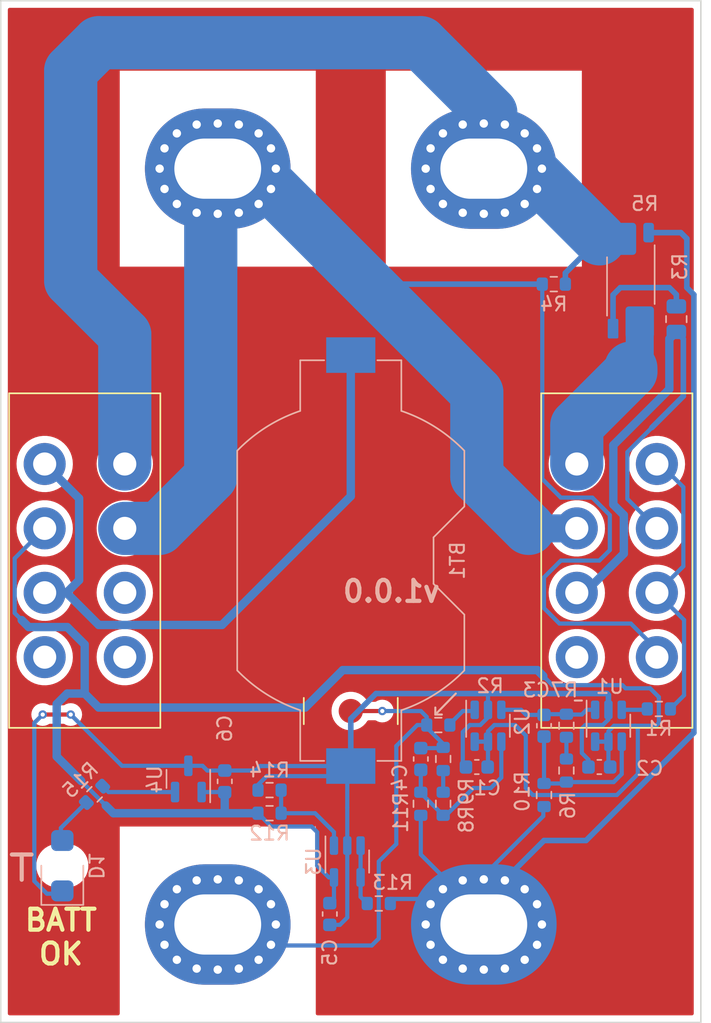
<source format=kicad_pcb>
(kicad_pcb (version 20211014) (generator pcbnew)

  (general
    (thickness 1.6)
  )

  (paper "A4")
  (layers
    (0 "F.Cu" signal)
    (31 "B.Cu" signal)
    (32 "B.Adhes" user "B.Adhesive")
    (33 "F.Adhes" user "F.Adhesive")
    (34 "B.Paste" user)
    (35 "F.Paste" user)
    (36 "B.SilkS" user "B.Silkscreen")
    (37 "F.SilkS" user "F.Silkscreen")
    (38 "B.Mask" user)
    (39 "F.Mask" user)
    (40 "Dwgs.User" user "User.Drawings")
    (41 "Cmts.User" user "User.Comments")
    (42 "Eco1.User" user "User.Eco1")
    (43 "Eco2.User" user "User.Eco2")
    (44 "Edge.Cuts" user)
    (45 "Margin" user)
    (46 "B.CrtYd" user "B.Courtyard")
    (47 "F.CrtYd" user "F.Courtyard")
    (48 "B.Fab" user)
    (49 "F.Fab" user)
    (50 "User.1" user)
    (51 "User.2" user)
    (52 "User.3" user)
    (53 "User.4" user)
    (54 "User.5" user)
    (55 "User.6" user)
    (56 "User.7" user)
    (57 "User.8" user)
    (58 "User.9" user)
  )

  (setup
    (stackup
      (layer "F.SilkS" (type "Top Silk Screen"))
      (layer "F.Paste" (type "Top Solder Paste"))
      (layer "F.Mask" (type "Top Solder Mask") (thickness 0.01))
      (layer "F.Cu" (type "copper") (thickness 0.035))
      (layer "dielectric 1" (type "core") (thickness 1.51) (material "FR4") (epsilon_r 4.5) (loss_tangent 0.02))
      (layer "B.Cu" (type "copper") (thickness 0.035))
      (layer "B.Mask" (type "Bottom Solder Mask") (thickness 0.01))
      (layer "B.Paste" (type "Bottom Solder Paste"))
      (layer "B.SilkS" (type "Bottom Silk Screen"))
      (copper_finish "None")
      (dielectric_constraints no)
    )
    (pad_to_mask_clearance 0)
    (pcbplotparams
      (layerselection 0x00010fc_ffffffff)
      (disableapertmacros false)
      (usegerberextensions false)
      (usegerberattributes true)
      (usegerberadvancedattributes true)
      (creategerberjobfile true)
      (svguseinch false)
      (svgprecision 6)
      (excludeedgelayer true)
      (plotframeref false)
      (viasonmask false)
      (mode 1)
      (useauxorigin false)
      (hpglpennumber 1)
      (hpglpenspeed 20)
      (hpglpendiameter 15.000000)
      (dxfpolygonmode true)
      (dxfimperialunits true)
      (dxfusepcbnewfont true)
      (psnegative false)
      (psa4output false)
      (plotreference true)
      (plotvalue true)
      (plotinvisibletext false)
      (sketchpadsonfab false)
      (subtractmaskfromsilk false)
      (outputformat 1)
      (mirror false)
      (drillshape 1)
      (scaleselection 1)
      (outputdirectory "")
    )
  )

  (net 0 "")
  (net 1 "Net-(BT1-Pad1)")
  (net 2 "VSS")
  (net 3 "VDD")
  (net 4 "Net-(C3-Pad1)")
  (net 5 "GND")
  (net 6 "Net-(C3-Pad2)")
  (net 7 "Net-(C4-Pad1)")
  (net 8 "Net-(C4-Pad2)")
  (net 9 "Net-(D1-Pad2)")
  (net 10 "Net-(H1-Pad1)")
  (net 11 "Net-(H3-Pad1)")
  (net 12 "Net-(R1-Pad1)")
  (net 13 "Net-(R1-Pad2)")
  (net 14 "Net-(R2-Pad1)")
  (net 15 "Net-(R3-Pad1)")
  (net 16 "Net-(R3-Pad2)")
  (net 17 "Net-(R5-Pad1)")
  (net 18 "Net-(R6-Pad2)")
  (net 19 "Net-(R8-Pad2)")
  (net 20 "Net-(R12-Pad2)")
  (net 21 "Net-(R13-Pad1)")
  (net 22 "Net-(R15-Pad1)")
  (net 23 "unconnected-(SW1-Pad4A)")
  (net 24 "unconnected-(SW2-Pad3B)")
  (net 25 "unconnected-(SW2-Pad4A)")
  (net 26 "unconnected-(SW2-Pad4B)")

  (footprint "MountingHole:MountingHole_4.3x6.2mm_M4_Pad_Via" (layer "F.Cu") (at 30.5 80))

  (footprint "Connector_Coaxial:SMA_Amphenol_132134-10_Vertical" (layer "F.Cu") (at 40 64.75 180))

  (footprint "shimatta_artwork:shimatta_kanji_20mm_solder_mask" (layer "F.Cu") (at 40 37.7))

  (footprint "MountingHole:MountingHole_4.3x6.2mm_M4_Pad_Via" (layer "F.Cu") (at 49.5 26))

  (footprint "MountingHole:MountingHole_4.3x6.2mm_M4_Pad_Via" (layer "F.Cu") (at 30.5 26))

  (footprint "MountingHole:MountingHole_4.3x6.2mm_M4_Pad_Via" (layer "F.Cu") (at 49.5 80))

  (footprint "shimatta_switch:C&K-L203011MS02Q" (layer "F.Cu") (at 59 54))

  (footprint "shimatta_switch:C&K-L203011MS02Q" (layer "F.Cu") (at 21 54))

  (footprint "Capacitor_SMD:C_0603_1608Metric" (layer "B.Cu") (at 45 68.175 90))

  (footprint "Resistor_SMD:R_0603_1608Metric" (layer "B.Cu") (at 46.25 65.75 180))

  (footprint "Resistor_SMD:R_0603_1608Metric" (layer "B.Cu") (at 46.6 68.175 90))

  (footprint "Resistor_SMD:R_0603_1608Metric" (layer "B.Cu") (at 62 64.6 180))

  (footprint "Capacitor_SMD:C_0603_1608Metric" (layer "B.Cu") (at 57.75 68.75))

  (footprint "Resistor_SMD:R_0603_1608Metric" (layer "B.Cu") (at 21.7 70.7 -135))

  (footprint "Package_TO_SOT_SMD:SOT-23-6" (layer "B.Cu") (at 49.8 65.8 -90))

  (footprint "Resistor_SMD:R_0603_1608Metric" (layer "B.Cu") (at 54.5 34.25))

  (footprint "Resistor_SMD:R_0603_1608Metric" (layer "B.Cu") (at 34.2 72.05))

  (footprint "Package_TO_SOT_SMD:SOT-23" (layer "B.Cu") (at 28.4 69.6 90))

  (footprint "Battery:BatteryHolder_Keystone_1058_1x2032" (layer "B.Cu") (at 40 54 -90))

  (footprint "Package_TO_SOT_SMD:SOT-23-5" (layer "B.Cu") (at 39.75 75.5 -90))

  (footprint "Capacitor_SMD:C_0603_1608Metric" (layer "B.Cu") (at 38.5 79.25 90))

  (footprint "Resistor_SMD:R_0603_1608Metric" (layer "B.Cu") (at 42 78.5))

  (footprint "Resistor_SMD:R_0603_1608Metric" (layer "B.Cu") (at 46.6 71.375 90))

  (footprint "shimatta_led:APTR3216SURCK" (layer "B.Cu") (at 19.4 75.8 90))

  (footprint "Capacitor_SMD:C_0603_1608Metric" (layer "B.Cu") (at 49 68.75))

  (footprint "Package_TO_SOT_SMD:SOT-23-6" (layer "B.Cu") (at 58.4 65.8 -90))

  (footprint "Resistor_SMD:R_0603_1608Metric" (layer "B.Cu") (at 55.4 69 90))

  (footprint "Resistor_SMD:R_0805_2012Metric" (layer "B.Cu") (at 63.25 36.75 -90))

  (footprint "Capacitor_SMD:C_0603_1608Metric" (layer "B.Cu") (at 53.8 65.8 90))

  (footprint "Resistor_SMD:R_0603_1608Metric" (layer "B.Cu") (at 53.8 70.75 -90))

  (footprint "Resistor_SMD:R_Shunt_Vishay_WSK2512_6332Metric_T1.19mm" (layer "B.Cu") (at 60 34 90))

  (footprint "Capacitor_SMD:C_0603_1608Metric" (layer "B.Cu") (at 31 69.775 90))

  (footprint "Resistor_SMD:R_0603_1608Metric" (layer "B.Cu") (at 45 71.375 -90))

  (footprint "Resistor_SMD:R_0603_1608Metric" (layer "B.Cu") (at 55.4 65.8 90))

  (footprint "Resistor_SMD:R_0603_1608Metric" (layer "B.Cu") (at 34.2 70.4 180))

  (gr_line (start 46.037258 65) (end 46.5 65) (layer "B.SilkS") (width 0.15) (tstamp 105ed225-d2ba-4509-9309-99d7ecc700a8))
  (gr_line (start 16.5 75) (end 16.5 76.8) (layer "B.SilkS") (width 0.3) (tstamp 18f7d29c-1b1c-4f73-999c-addc0bd2444e))
  (gr_line (start 15.8 75) (end 17.2 75) (layer "B.SilkS") (width 0.3) (tstamp 43b35617-a272-4ead-b714-94cb5579f0e5))
  (gr_line (start 46.5 65) (end 46.268629 65) (layer "B.SilkS") (width 0.15) (tstamp 62bf9690-61e9-4fef-b65d-993d5f80185d))
  (gr_line (start 56 64) (end 56.5 64) (layer "B.SilkS") (width 0.15) (tstamp c9205131-199a-4e79-9702-7bd3861c6551))
  (gr_line (start 46.037258 65) (end 46.037258 64.5) (layer "B.SilkS") (width 0.15) (tstamp d2387ece-4bb9-48ea-a26f-309ffeb91cbe))
  (gr_line (start 47.5 63.5) (end 46.037258 65) (layer "B.SilkS") (width 0.15) (tstamp fbe9419b-ca9d-4f0b-a876-589ed2ec705b))
  (gr_line (start 15 87) (end 15 14) (layer "Edge.Cuts") (width 0.1) (tstamp 020a039c-4d1c-4b3a-8f11-44d465fdd578))
  (gr_line (start 65 87) (end 15 87) (layer "Edge.Cuts") (width 0.1) (tstamp 1c5d2c83-b7a7-4d86-881b-4cacaacaa21e))
  (gr_line (start 65 14) (end 65 87) (layer "Edge.Cuts") (width 0.1) (tstamp 4a032da2-2dc4-43d0-a71a-9ec95f3ce7b0))
  (gr_line (start 15 14) (end 65 14) (layer "Edge.Cuts") (width 0.1) (tstamp a53a05ef-7a7f-442b-9b98-cbea554b3aab))
  (gr_text "v1.0.0" (at 42.9 56.2) (layer "B.SilkS") (tstamp aa3fd807-a997-45e8-9de8-08a8488c21e3)
    (effects (font (size 1.5 1.5) (thickness 0.3)) (justify mirror))
  )
  (gr_text "BATT\nOK" (at 19.3 80.9) (layer "F.SilkS") (tstamp a8f5b71e-aef7-4a69-a747-a6b1fb10fc72)
    (effects (font (size 1.5 1.5) (thickness 0.3)))
  )
  (gr_text "+ Voltage Output -" (at 40 70.5) (layer "F.Mask") (tstamp 16b75e60-5672-408c-b647-c22d1033df36)
    (effects (font (size 2.5 2.5) (thickness 0.5)))
  )
  (gr_text "ON" (at 27.5 54) (layer "F.Mask") (tstamp 178610de-ae18-4315-a138-a57325f66a54)
    (effects (font (size 1.5 1.5) (thickness 0.3)) (justify left))
  )
  (gr_text "1mV/mA 10m" (at 37 49.5) (layer "F.Mask") (tstamp 289668e5-2546-4463-a814-61e7af387dd7)
    (effects (font (size 1.4 1.5) (thickness 0.3)) (justify left))
  )
  (gr_text "1mV/µA 10R" (at 37 54) (layer "F.Mask") (tstamp 40b59eee-ddd0-45d4-8cf3-eb8a83b8569d)
    (effects (font (size 1.4 1.5) (thickness 0.3)) (justify left))
  )
  (gr_text "SHORT" (at 27.5 49.5) (layer "F.Mask") (tstamp 450fbc37-861b-4a8e-b445-57a5491fbaa4)
    (effects (font (size 1.5 1.5) (thickness 0.3)) (justify left))
  )
  (gr_text "+ Current Input -" (at 40 16.5) (layer "F.Mask") (tstamp 7504c2e2-958a-4bb0-9b8c-117705a29b74)
    (effects (font (size 2.5 2.5) (thickness 0.5)))
  )
  (gr_text "1mV/nA 10k" (at 37 58.5) (layer "F.Mask") (tstamp 95deba89-a38e-4c0a-9503-52c246521295)
    (effects (font (size 1.4 1.5) (thickness 0.3)) (justify left))
  )
  (gr_text "OFF" (at 27.5 58.5) (layer "F.Mask") (tstamp d5442e10-f3c0-46e2-ad62-013bcbbbe95a)
    (effects (font (size 1.5 1.5) (thickness 0.3)) (justify left))
  )

  (segment (start 40 49.4) (end 30.8 58.6) (width 0.6) (layer "B.Cu") (net 1) (tstamp 618ffc81-4834-422e-817b-3ed2b5dbe694))
  (segment (start 40 39.32) (end 40 49.4) (width 0.6) (layer "B.Cu") (net 1) (tstamp 64a270e7-5355-4e41-8d77-2a19f46c48f1))
  (segment (start 20.6 49.56) (end 18.14 47.1) (width 0.6) (layer "B.Cu") (net 1) (tstamp 88375c93-5d16-45ca-8404-a1532c784348))
  (segment (start 20.6 55.4) (end 20.6 49.56) (width 0.6) (layer "B.Cu") (net 1) (tstamp 8a0ec3ae-7df6-4dae-bd41-ab5658a9c5da))
  (segment (start 22 58.6) (end 19.7 56.3) (width 0.6) (layer "B.Cu") (net 1) (tstamp 8bbbc726-725d-491f-b262-1d3fbf8d7d24))
  (segment (start 19.7 56.3) (end 20.6 55.4) (width 0.6) (layer "B.Cu") (net 1) (tstamp 8ec6ee64-aa41-49f3-83f3-7d4f60b06648))
  (segment (start 30.8 58.6) (end 22 58.6) (width 0.6) (layer "B.Cu") (net 1) (tstamp a28665ae-2961-4f59-ab3f-5c3f6e6d4748))
  (segment (start 18.14 56.3) (end 19.7 56.3) (width 0.6) (layer "B.Cu") (net 1) (tstamp b63c3b41-d28e-4542-94f9-7154cf55d0cd))
  (segment (start 18 65) (end 20 65) (width 0.3) (layer "F.Cu") (net 2) (tstamp 476bed2a-5775-44b5-a382-7ba34b846548))
  (via (at 18 65) (size 0.6) (drill 0.3) (layers "F.Cu" "B.Cu") (net 2) (tstamp c139060d-d7eb-4919-b488-e485cf5f2747))
  (via (at 20 65) (size 0.6) (drill 0.3) (layers "F.Cu" "B.Cu") (net 2) (tstamp c3e8859e-8488-4180-a80a-bb99d408f6f2))
  (segment (start 48.225 68.75) (end 48 68.525) (width 0.3) (layer "B.Cu") (net 2) (tstamp 05af7c7f-6a7b-4d54-a9a2-aec1daa961c3))
  (segment (start 39.225 80.025) (end 39.75 79.5) (width 0.3) (layer "B.Cu") (net 2) (tstamp 12cca0aa-c230-411c-9ea7-3d035eb9ba11))
  (segment (start 49.25 65.75) (end 49.8 65.2) (width 0.3) (layer "B.Cu") (net 2) (tstamp 1c310b49-7425-4c27-9aa7-529e9f3953c6))
  (segment (start 58 65.75) (end 58.4 65.35) (width 0.3) (layer "B.Cu") (net 2) (tstamp 2002b91e-362b-4f3b-b47e-a6eaa5d6a67b))
  (segment (start 56.5 67.75) (end 56.5 66) (width 0.3) (layer "B.Cu") (net 2) (tstamp 350cecb0-6cfa-4ed5-a431-9e6d41bf5293))
  (segment (start 56.975 68.225) (end 56.5 67.75) (width 0.3) (layer "B.Cu") (net 2) (tstamp 3ddc82e7-9086-4063-a52a-ccaf1db3c3d4))
  (segment (start 49.8 65.2) (end 49.8 64.6625) (width 0.3) (layer "B.Cu") (net 2) (tstamp 4e9a895b-bbd8-44c6-a82f-cf84fd43c397))
  (segment (start 18 65) (end 17.4 65.6) (width 0.3) (layer "B.Cu") (net 2) (tstamp 5543859a-f028-4ae5-b8e4-acb5660d4932))
  (segment (start 17.4 65.6) (end 17.4 76.9) (width 0.3) (layer "B.Cu") (net 2) (tstamp 62f51945-88a9-415c-9c66-4bccf26a9311))
  (segment (start 33.375 70.025) (end 34 69.4) (width 0.3) (layer "B.Cu") (net 2) (tstamp 6597e687-fef1-4c59-9ed4-07bc263d943a))
  (segment (start 41.8 63.5) (end 40 65.3) (width 0.4) (layer "B.Cu") (net 2) (tstamp 6a642011-0db7-441b-a8f4-2a446432644e))
  (segment (start 29.4125 68.6625) (end 29.75 69) (width 0.3) (layer "B.Cu") (net 2) (tstamp 6e17ada8-b767-4f70-82c5-2718051b9191))
  (segment (start 58.3 63.5) (end 58.4 63.6) (width 0.4) (layer "B.Cu") (net 2) (tstamp 7f216030-063d-4b72-949b-67a5a67bb285))
  (segment (start 48 68.525) (end 48 66.25) (width 0.3) (layer "B.Cu") (net 2) (tstamp 81029990-970c-4d54-a052-16e3f6c75322))
  (segment (start 48.5 65.75) (end 49.25 65.75) (width 0.3) (layer "B.Cu") (net 2) (tstamp 82b27132-ebac-4a14-a73b-517eee015308))
  (segment (start 58.4 63.6) (end 58.4 64.6625) (width 0.4) (layer "B.Cu") (net 2) (tstamp 83506741-3ba7-4606-8dab-2f0b29045e1a))
  (segment (start 39.75 68.93) (end 40 68.68) (width 0.3) (layer "B.Cu") (net 2) (tstamp 83e791a9-1d8b-4bad-8083-55befe2bdc44))
  (segment (start 23.6625 68.6625) (end 28.4 68.6625) (width 0.3) (layer "B.Cu") (net 2) (tstamp 96e0f30e-fc4c-499e-b753-c2b13dc14a9e))
  (segment (start 33.52 68.68) (end 40 68.68) (width 0.3) (layer "B.Cu") (net 2) (tstamp 9a741906-5d65-40f7-8651-82ff45e43837))
  (segment (start 56.975 68.75) (end 56.975 68.225) (width 0.3) (layer "B.Cu") (net 2) (tstamp 9c631bea-6937-489b-899f-0b40faca8593))
  (segment (start 56.75 65.75) (end 58 65.75) (width 0.3) (layer "B.Cu") (net 2) (tstamp ad66bb5c-3625-4e00-b056-d9105ce9b869))
  (segment (start 39.28 69.4) (end 40 68.68) (width 0.3) (layer "B.Cu") (net 2) (tstamp ad7c48ff-7a06-4117-b0d1-66562ecd0b64))
  (segment (start 39.75 79.5) (end 39.75 74.3625) (width 0.3) (layer "B.Cu") (net 2) (tstamp afea03a4-5d2d-4cb9-a9f7-57772f8d7894))
  (segment (start 20 65) (end 23.6625 68.6625) (width 0.3) (layer "B.Cu") (net 2) (tstamp b00c83a3-79aa-4247-8505-94821f01b2df))
  (segment (start 49.75 63.5) (end 58.3 63.5) (width 0.4) (layer "B.Cu") (net 2) (tstamp b3ca9f86-6580-44e3-8a8c-8623a246af1f))
  (segment (start 40 65.3) (end 40 68.68) (width 0.4) (layer "B.Cu") (net 2) (tstamp b7c985b4-4902-4471-93c2-1493a90528a1))
  (segment (start 18.3 77.8) (end 19.3 77.8) (width 0.3) (layer "B.Cu") (net 2) (tstamp c0ca8a3e-b5ef-4c67-8686-128df35308f4))
  (segment (start 33.375 70.4) (end 33.375 70.025) (width 0.3) (layer "B.Cu") (net 2) (tstamp c2354405-e9b5-4748-a2de-5889efa1cc3a))
  (segment (start 33.375 68.825) (end 33.52 68.68) (width 0.3) (layer "B.Cu") (net 2) (tstamp c36d1056-d200-485b-b302-7c94e1bf6f26))
  (segment (start 56.5 66) (end 56.75 65.75) (width 0.3) (layer "B.Cu") (net 2) (tstamp ca613e11-21c1-4c1b-be94-c9281d200d16))
  (segment (start 39.75 74.3625) (end 39.75 71.65) (width 0.3) (layer "B.Cu") (net 2) (tstamp ce76ad98-c385-44e6-afe7-125be40357db))
  (segment (start 31 69) (end 33.2 69) (width 0.3) (layer "B.Cu") (net 2) (tstamp ce77e2ad-ef6e-445a-97be-6cdf9f0b64b0))
  (segment (start 58.4 65.35) (end 58.4 64.6625) (width 0.3) (layer "B.Cu") (net 2) (tstamp d3458752-ffee-43e8-bf6b-d89d55941673))
  (segment (start 49.8 63.55) (end 49.8 64.6625) (width 0.3) (layer "B.Cu") (net 2) (tstamp d3a84bc1-8e79-4049-bdd4-e0a9cd214b07))
  (segment (start 17.4 76.9) (end 18.3 77.8) (width 0.3) (layer "B.Cu") (net 2) (tstamp d6997989-0d08-4e76-beb7-db066a8b3f84))
  (segment (start 28.4 68.6625) (end 29.4125 68.6625) (width 0.3) (layer "B.Cu") (net 2) (tstamp d9385e35-3479-4b47-bcc4-e28d3d824c49))
  (segment (start 48 66.25) (end 48.5 65.75) (width 0.3) (layer "B.Cu") (net 2) (tstamp ddbab8b1-1552-41a7-ad27-3187eac143e5))
  (segment (start 33.2 69) (end 33.375 68.825) (width 0.3) (layer "B.Cu") (net 2) (tstamp e3f1ee6c-b280-43e8-ad68-99d0a1a190bc))
  (segment (start 49.75 63.5) (end 41.8 63.5) (width 0.4) (layer "B.Cu") (net 2) (tstamp e6d5f987-81b0-4ed4-b014-b04536907f61))
  (segment (start 49.75 63.5) (end 49.8 63.55) (width 0.3) (layer "B.Cu") (net 2) (tstamp ec0bdcf4-90a8-442c-912c-4b792a33ebe2))
  (segment (start 39.75 71.65) (end 39.75 68.93) (width 0.3) (layer "B.Cu") (net 2) (tstamp f392fc1b-c595-48f4-89a6-a46a11219323))
  (segment (start 29.75 69) (end 31 69) (width 0.3) (layer "B.Cu") (net 2) (tstamp f737766a-c42c-49a2-9434-7caeb52df4e9))
  (segment (start 38.5 80.025) (end 39.225 80.025) (width 0.3) (layer "B.Cu") (net 2) (tstamp f873ec57-1cbe-4682-9cb5-7df2afb5e8ec))
  (segment (start 34 69.4) (end 39.28 69.4) (width 0.3) (layer "B.Cu") (net 2) (tstamp f9c90662-f1e9-449a-8fa6-eadff1ff62f6))
  (segment (start 36.75 64.5) (end 22 64.5) (width 0.6) (layer "B.Cu") (net 3) (tstamp 00d0cbb9-14ce-48de-bfd3-3bc003352b18))
  (segment (start 58.8 65.8) (end 60.3 65.8) (width 0.3) (layer "B.Cu") (net 3) (tstamp 03a8a297-4490-43b7-9735-af94badf4034))
  (segment (start 16 53.84) (end 16 57.75) (width 0.3) (layer "B.Cu") (net 3) (tstamp 063a6c67-86fe-4019-a0a2-579c97e1eb83))
  (segment (start 17 58.75) (end 19.75 58.75) (width 0.6) (layer "B.Cu") (net 3) (tstamp 078a3a70-d5fa-433c-877c-79ba62ad0f7a))
  (segment (start 59.625 63.125) (end 61.375 63.125) (width 0.3) (layer "B.Cu") (net 3) (tstamp 0ab523da-c398-4185-b12b-b4d27c952e3e))
  (segment (start 50.25 65.75) (end 51.75 65.75) (width 0.3) (layer "B.Cu") (net 3) (tstamp 0df1c1d7-22ca-49bd-a055-48d1ea656594))
  (segment (start 54.4 62.9) (end 59.4 62.9) (width 0.3) (layer "B.Cu") (net 3) (tstamp 1085bd4c-f2d0-4ef5-9551-9fc3b432abbb))
  (segment (start 23.05 72.05) (end 31.15 72.05) (width 0.3) (layer "B.Cu") (net 3) (tstamp 13b1c98f-e43e-463d-9602-a909fe0327ea))
  (segment (start 33.375 72.05) (end 34.325 73) (width 0.3) (layer "B.Cu") (net 3) (tstamp 16d4fa49-f329-4d98-b8c1-6ab45a64af6a))
  (segment (start 53.75 62.25) (end 53.325 61.825) (width 0.6) (layer "B.Cu") (net 3) (tstamp 1b1f341c-a71d-4747-9556-385ca5c866e7))
  (segment (start 38.8 78.175) (end 38.5 78.475) (width 0.3) (layer "B.Cu") (net 3) (tstamp 1d16a1b7-44b5-4bff-aa48-41407e6f1727))
  (segment (start 58.4 66.9375) (end 58.4 66.2) (width 0.3) (layer "B.Cu") (net 3) (tstamp 2002d82a-0044-4b6d-b87b-f89b3d8589d6))
  (segment (start 16 57.75) (end 16.5 58.25) (width 0.3) (layer "B.Cu") (net 3) (tstamp 2b61e4bd-acf0-4b94-9152-80841c755d06))
  (segme
... [132404 chars truncated]
</source>
